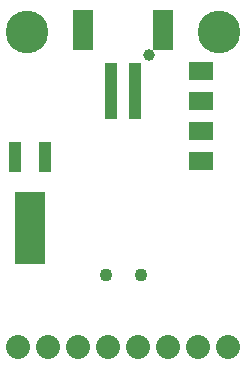
<source format=gbr>
G04 EAGLE Gerber RS-274X export*
G75*
%MOMM*%
%FSLAX34Y34*%
%LPD*%
%INSoldermask Bottom*%
%IPPOS*%
%AMOC8*
5,1,8,0,0,1.08239X$1,22.5*%
G01*
%ADD10C,1.001600*%
%ADD11R,2.601600X6.101600*%
%ADD12R,1.101600X2.601600*%
%ADD13R,2.101600X1.601600*%
%ADD14C,3.617600*%
%ADD15C,1.101600*%
%ADD16R,1.101600X4.701600*%
%ADD17R,1.701600X3.501600*%
%ADD18C,2.032000*%


D10*
X128680Y273100D03*
D11*
X27940Y126350D03*
D12*
X40640Y186350D03*
X15240Y186350D03*
D13*
X172720Y259080D03*
X172720Y233680D03*
D14*
X187960Y292100D03*
X25400Y292100D03*
D13*
X172720Y208280D03*
D15*
X91680Y86360D03*
X121680Y86360D03*
D16*
X116680Y242400D03*
X96680Y242400D03*
D17*
X140680Y294400D03*
X72680Y294400D03*
D18*
X195580Y25400D03*
X170180Y25400D03*
X144780Y25400D03*
X119380Y25400D03*
X93980Y25400D03*
X68580Y25400D03*
X43180Y25400D03*
X17780Y25400D03*
D13*
X172720Y182880D03*
M02*

</source>
